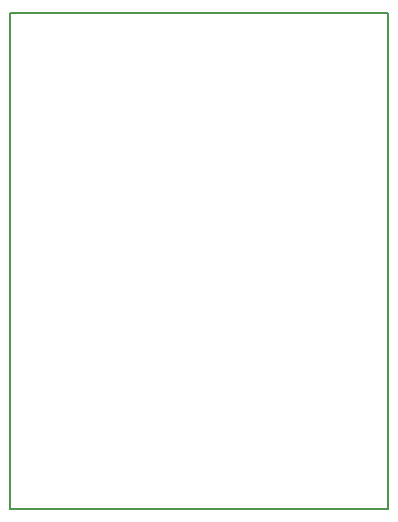
<source format=gbr>
G04 DipTrace 4.0.0.2*
G04 BoardOutline.gbr*
%MOIN*%
G04 #@! TF.FileFunction,Profile*
G04 #@! TF.Part,Single*
%ADD11C,0.005512*%
%FSLAX26Y26*%
G04*
G70*
G90*
G75*
G01*
G04 BoardOutline*
%LPD*%
X394000Y394000D2*
D11*
Y2047543D1*
X1653843D1*
Y394000D1*
X394000D1*
M02*

</source>
